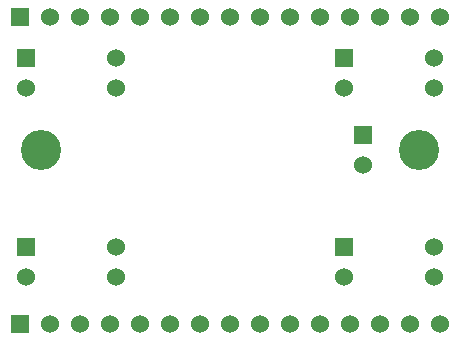
<source format=gbs>
G04 (created by PCBNEW (2013-jul-07)-stable) date Tue 07 Apr 2015 07:13:19 PM PDT*
%MOIN*%
G04 Gerber Fmt 3.4, Leading zero omitted, Abs format*
%FSLAX34Y34*%
G01*
G70*
G90*
G04 APERTURE LIST*
%ADD10C,0.00590551*%
%ADD11R,0.06X0.06*%
%ADD12C,0.06*%
%ADD13C,0.1339*%
G04 APERTURE END LIST*
G54D10*
G54D11*
X20559Y-33346D03*
G54D12*
X21559Y-33346D03*
X22559Y-33346D03*
X23559Y-33346D03*
X24559Y-33346D03*
X25559Y-33346D03*
X26559Y-33346D03*
X27559Y-33346D03*
X28559Y-33346D03*
X29559Y-33346D03*
X30559Y-33346D03*
X31559Y-33346D03*
X32559Y-33346D03*
X33559Y-33346D03*
X34559Y-33346D03*
G54D11*
X20559Y-23129D03*
G54D12*
X21559Y-23129D03*
X22559Y-23129D03*
X23559Y-23129D03*
X24559Y-23129D03*
X25559Y-23129D03*
X26559Y-23129D03*
X27559Y-23129D03*
X28559Y-23129D03*
X29559Y-23129D03*
X30559Y-23129D03*
X31559Y-23129D03*
X32559Y-23129D03*
X33559Y-23129D03*
X34559Y-23129D03*
G54D11*
X32007Y-27059D03*
G54D12*
X32007Y-28059D03*
G54D13*
X21259Y-27559D03*
X33858Y-27559D03*
G54D11*
X31374Y-30799D03*
G54D12*
X34374Y-30799D03*
X31374Y-31799D03*
X34374Y-31799D03*
G54D11*
X31374Y-24500D03*
G54D12*
X34374Y-24500D03*
X31374Y-25500D03*
X34374Y-25500D03*
G54D11*
X20744Y-30799D03*
G54D12*
X23744Y-30799D03*
X20744Y-31799D03*
X23744Y-31799D03*
G54D11*
X20744Y-24500D03*
G54D12*
X23744Y-24500D03*
X20744Y-25500D03*
X23744Y-25500D03*
M02*

</source>
